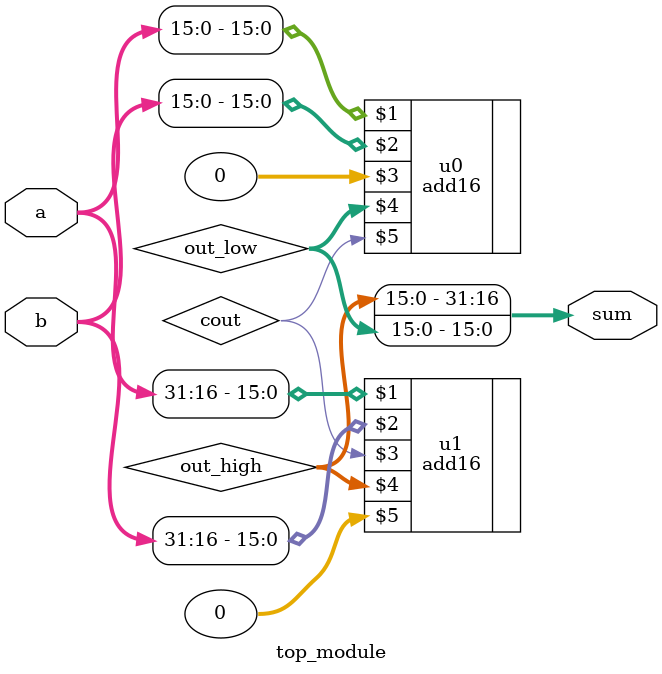
<source format=v>
module top_module(
    input [31:0] a,
    input [31:0] b,
    output [31:0] sum
);
    wire [15:0] out_low,out_high;
    wire cout;
    add16 u0(a[15:0],b[15:0],0,out_low,cout);
    add16 u1(a[31:16],b[31:16],cout,out_high,0);
    assign sum = {out_high,out_low};

endmodule
</source>
